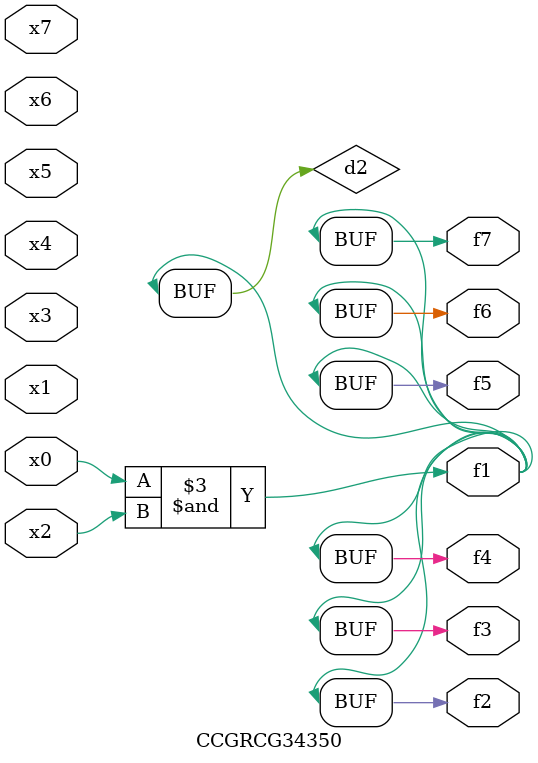
<source format=v>
module CCGRCG34350(
	input x0, x1, x2, x3, x4, x5, x6, x7,
	output f1, f2, f3, f4, f5, f6, f7
);

	wire d1, d2;

	nor (d1, x3, x6);
	and (d2, x0, x2);
	assign f1 = d2;
	assign f2 = d2;
	assign f3 = d2;
	assign f4 = d2;
	assign f5 = d2;
	assign f6 = d2;
	assign f7 = d2;
endmodule

</source>
